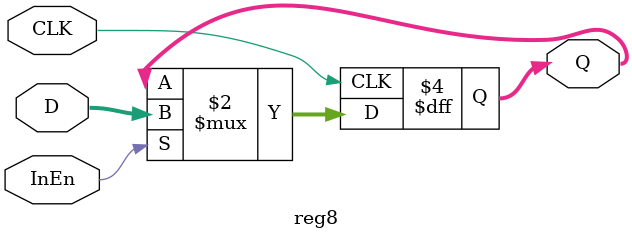
<source format=v>
module reg8 (CLK, D, Q, InEn);
	//input reset;
	input CLK;
	input InEn;
	input [7:0] D;
	output [7:0] Q;
	reg [7:0] Q;
		always @(posedge CLK)
			//if (reset)
				//Q = 0;
			if (InEn)
				Q <= D;
endmodule 



</source>
